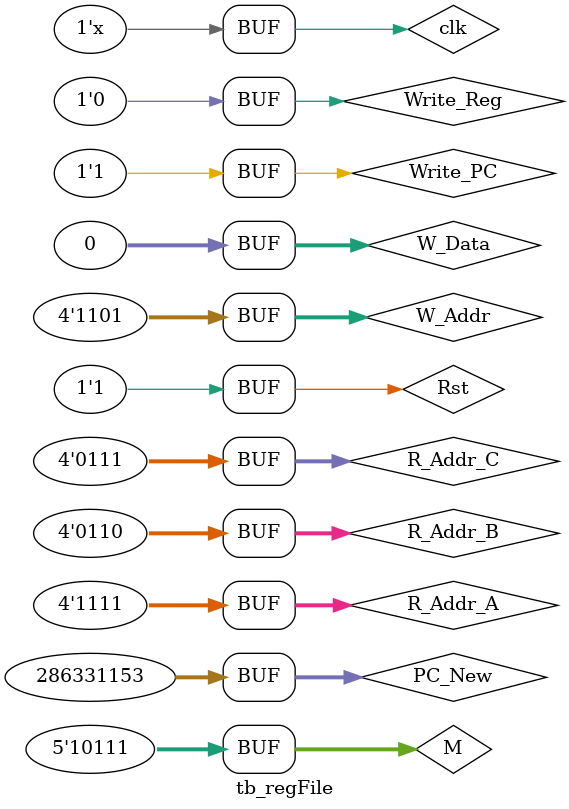
<source format=v>
`timescale 1ns / 1ps

module tb_regFile();
//  INPUT
    reg clk = 0;
    reg Rst;
    reg [4:0] M; // from CPSR
//  Read Addr
    reg [3:0] R_Addr_A, R_Addr_B, R_Addr_C;
//  Write Addr
    reg [3:0] W_Addr;
//  Write Data
    reg [31:0] W_Data, PC_New;
//  Enable
    reg Write_Reg, Write_PC;
//  OUTPUT
    wire [31:0] R_Data_A, R_Data_B, R_Data_C, R_Data_PC;
    wire err1, err2;
    
    always #1 clk = ~clk;
    initial begin

// ###########################
    // WRITE 
    M = 5'b10000;   //usr
    Write_Reg = 1;
    W_Addr = 0;
    W_Data = 32'h11110000;
    #25
    W_Addr = 13;
    W_Data = 32'hffff0000;
    #25

    M = 5'b10001;   //fiq
    Write_Reg = 1;
    W_Addr = 1;
    W_Data = 32'h11110001;
    #25
    W_Addr = 14;
    W_Data = 32'h99999999;

    M = 5'b10010;   //irq
    Write_Reg = 1;
    W_Addr = 2;
    W_Data = 32'h11110010;
    #25
    W_Addr = 13;
    W_Data = 32'haaaaaaaa;

    M = 5'b10011;   //svc
    Write_Reg = 1;
    W_Addr = 3;
    W_Data = 32'h11110011;
    #25
    W_Addr = 14;
    W_Data = 32'hbbbbbbbb;

    M = 5'b10110;   //mon
    Write_Reg = 1;
    W_Addr = 4;
    W_Data = 32'h11110100;
    #25
    W_Addr = 13;
    W_Data = 32'hcccccccc;


    M = 5'b10111;   //abt
    Write_Reg = 1;
    W_Addr = 5;
    W_Data = 32'h11110101;
    #25
    W_Addr = 14;
    W_Data = 32'hdddddddd;
 

    M = 5'b11010;   //hyp
    Write_Reg = 1;
    W_Addr = 6;
    W_Data = 32'h11110110;
    #25
    W_Addr = 13;
    W_Data = 32'heeeeeeee;


    M = 5'b11011;   //und
    Write_Reg = 1;
    W_Addr = 7;
    W_Data = 32'h11110111;
    #25
    W_Addr = 14;
    W_Data = 32'hffffffff;


    M = 5'b11111;   //sys
    Write_Reg = 1;
    W_Addr = 8;
    W_Data = 32'h11111000;
    #25
    W_Addr = 14;
    W_Data = 32'hffff0000;
    #25

    // unenabled
    M = 5'b11111;
    Write_Reg = 0;
    W_Addr = 13;
    W_Data = 32'h00000000;
    #25
    
    // READ
    M = 5'b10000;   //usr
    R_Addr_A = 13;
    #25
    M = 5'b10001;   //fiq
    R_Addr_B = 0;
    #25
    M = 5'b10010;   //irq
    R_Addr_C = 1;
    #25
    M = 5'b10011;   //svc
    R_Addr_A = 2;
    #25
    M = 5'b10110;   //mon
    R_Addr_B = 3;
    #25
    M = 5'b10111;   //abt
    R_Addr_C = 4;
    #25
    M = 5'b11010;   //hyp
    R_Addr_A = 5;
    #25
    M = 5'b11011;   //und
    R_Addr_B = 6;
    #25
    M = 5'b11111;   //sys
    R_Addr_C = 7;
    #25

    // Test PC
    M = 5'b10111;   //abt
    Write_PC = 1;
    PC_New = 32'hffffffff;
    #25

    M = 5'b10001;   //fiq
    R_Addr_A = 15;   
    #25

    M = 5'b10000;   //usr
    Write_PC = 0;
    PC_New = 32'h00000000;
    #25

    M = 5'b10111;   //sys
    R_Addr_A = 15;  

    M = 5'b10001;   //usr
    Write_PC = 1;
    PC_New = 32'h11111111;
    #25

    M = 5'b10001;   //sys
    R_Addr_A = 15;   
    #25
    
    M = 5'b10111;   //sys
    Rst = 1;
    R_Addr_A = 15;
    end
   
    regFile regFile_Instance(
    //  INPUT
        .clk(clk),
        .Rst(Rst),
        .M(M), // from CPSR
    //  Read Addr
        .R_Addr_A(R_Addr_A),
        .R_Addr_B(R_Addr_B),
        .R_Addr_C(R_Addr_C),
    //  Write Addr
        .W_Addr(W_Addr),
    //  Write Data
        .W_Data(W_Data),
        .PC_New(PC_New),
        .Write_PC(Write_PC),
        .Write_Reg(Write_Reg),
    //  OUTPUT
        .R_Data_A(R_Data_A),
        .R_Data_B(R_Data_B),
        .R_Data_C(R_Data_C),
        .R_Data_PC(R_Data_PC),
        .err1(err1),
        .err2(err2)
    );
endmodule

</source>
